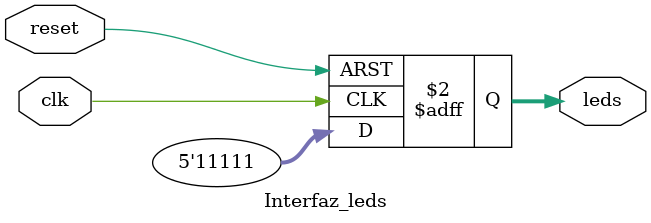
<source format=v>
`timescale 1ns / 1ps
module Interfaz_leds(
	input reset, clk,
	output reg [4:0] leds
    );
	 
	 always @(posedge reset, posedge clk)
	 begin
		if (reset) leds=5'h00;
		else leds=5'hff;
	 end
	 
	 
endmodule

</source>
